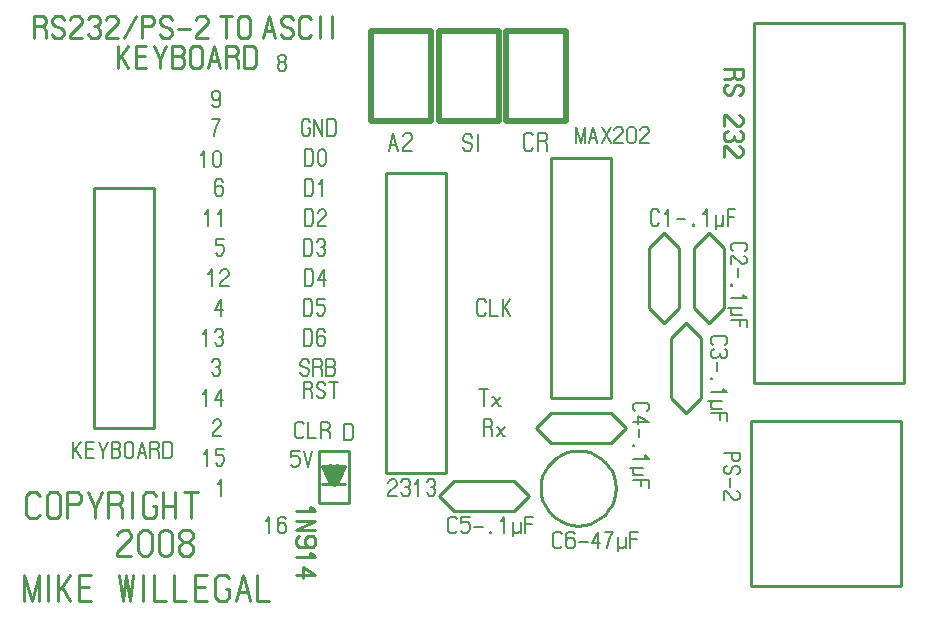
<source format=gbr>
%FSTAX24Y24*%
%MOIN*%
%IN SILK1.GBR *%
%ADD10C,0.0071*%
%ADD11C,0.0079*%
%ADD12C,0.0086*%
%ADD13C,0.0100*%
%ADD14C,0.0114*%
%ADD15C,0.0200*%
%ADD16C,0.0350*%
D13*X0235Y012D02*G01X023Y0125D01*X0225Y012D01*Y01D01*X023Y0095D01*
X0235Y01D01*Y012D01*X01775Y0065D02*X01725Y006D01*X01775Y0055D01*
X01975D01*X02025Y006D01*X01975Y0065D01*X01775D01*X02175Y007D02*
X02225Y0065D01*X02275Y007D01*Y009D01*X02225Y0095D01*X02175Y009D01*
Y007D01*X021Y01D02*X0215Y0095D01*X022Y01D01*Y012D01*X0215Y0125D01*
X021Y012D01*Y01D01*X0165Y00325D02*X017Y00375D01*X0165Y00425D01*
X0145D01*X014Y00375D01*X0145Y00325D01*X0165D01*D10*X009079Y004771D02*
X00915Y0047D01*X009257D01*X009329Y004771D01*X009364Y004843D01*
Y00495D01*X009329Y005021D01*X009293Y005057D01*X00915D01*
X009079Y005039D01*Y005236D01*X009364D01*X009507D02*X00965Y0047D01*
X009793Y005236D01*X009786Y007D02*Y007179D01*X009714Y007286D01*X0095D01*
X009714D02*X009786Y007357D01*Y007464D01*X009714Y007536D01*X0095D01*
Y007D01*X009929Y007107D02*Y007071D01*X01Y007D01*X010143D01*
X010214Y007107D01*Y007179D01*X010143Y00725D01*X01Y007286D01*
X009929Y007357D01*Y007429D01*X01Y007536D01*X010143D01*
X010214Y007464D01*Y007429D01*X0105Y007D02*Y007536D01*X010643D01*
X0105D02*X010357D01*X009393Y007857D02*Y007821D01*X009464Y00775D01*
X009607D01*X009679Y007857D01*Y007929D01*X009607Y008D01*
X009464Y008036D01*X009393Y008107D01*Y008179D01*X009464Y008286D01*
X009607D01*X009679Y008214D01*Y008179D01*X010107Y00775D02*Y007929D01*
X010036Y008036D01*X009821D01*X010036D02*X010107Y008107D01*Y008214D01*
X010036Y008286D01*X009821D01*Y00775D01*X01025D02*Y008286D01*X010464D01*
X010536Y008214D01*Y008107D01*X010464Y008036D01*X010536Y007964D01*
Y007821D01*X010464Y00775D01*X01025D01*X010464Y008036D02*X01025D01*
X015571Y010214D02*X0155Y010286D01*X015357D01*X015286Y010214D01*
Y009821D01*X015357Y00975D01*X0155D01*X015571Y009821D01*
X015714Y010286D02*Y00975D01*X015964D01*X016143Y010286D02*Y009964D01*
Y00975D01*Y009964D02*X016214Y010036D01*X016393Y00975D01*
X016214Y010036D02*X016393Y010286D01*X009821Y015214D02*X00975Y015286D01*
X009536D01*Y01475D01*X00975D01*X009821Y014821D01*Y015214D01*
X01025Y014857D02*Y015179D01*X010214Y01525D01*X010143Y015286D01*
X010071D01*X01Y01525D01*X009964Y015179D01*Y014857D01*X01Y014786D01*
X010071Y01475D01*X010143D01*X010214Y014786D01*X01025Y014857D01*
X009821Y014214D02*X00975Y014286D01*X009536D01*Y01375D01*X00975D01*
X009821Y013821D01*Y014214D01*X010107Y01375D02*Y014286D01*
X010036Y014179D01*X01Y014143D01*X010071D01*X009821Y013214D02*
X00975Y013286D01*X009536D01*Y01275D01*X00975D01*X009821Y012821D01*
Y013214D01*X01025Y01275D02*X009964D01*Y012821D01*X01025Y013107D01*
Y013179D01*X010179Y013286D01*X010071D01*X01Y01325D01*X009964Y013179D01*
X009786Y012214D02*X009714Y012286D01*X0095D01*Y01175D01*X009714D01*
X009786Y011821D01*Y012214D01*X009929D02*X01Y012286D01*X010143D01*
X010214Y012214D01*Y012107D01*X010143Y012036D01*X010214Y011929D01*
Y011821D01*X010143Y01175D01*X01D01*X009929Y011857D01*X010143Y012036D02*
X010071D01*X009821Y011214D02*X00975Y011286D01*X009536D01*Y01075D01*
X00975D01*X009821Y010821D01*Y011214D01*X010179Y01075D02*Y011286D01*
X009964Y010929D01*X01025D01*X009786Y010214D02*X009714Y010286D01*
X0095D01*Y00975D01*X009714D01*X009786Y009821D01*Y010214D01*
X009929Y009821D02*X01Y00975D01*X010107D01*X010179Y009821D01*
X010214Y009893D01*Y01D01*X010179Y010071D01*X010143Y010107D01*X01D01*
X009929Y010089D01*Y010286D01*X010214D01*X009786Y009214D02*
X009714Y009286D01*X0095D01*Y00875D01*X009714D01*X009786Y008821D01*
Y009214D01*X010214D02*X010143Y009286D01*X01D01*X009929Y009214D01*
Y008821D01*X01Y00875D01*X010143D01*X010214Y008821D01*Y009D01*
X010143Y009071D01*X01D01*X009929Y009D01*X015786Y00575D02*Y005929D01*
X015714Y006036D01*X0155D01*X015714D02*X015786Y006107D01*Y006214D01*
X015714Y006286D01*X0155D01*Y00575D01*X015929Y006036D02*X015982D01*
X016161Y00575D01*X016214D01*Y006036D02*X015929Y00575D01*X0155Y00675D02*
Y007286D01*X015643D01*X0155D02*X015357D01*X015786Y007036D02*X015839D01*
X016018Y00675D01*X016071D01*Y007036D02*X015786Y00675D01*
X009507Y006129D02*X009436Y0062D01*X009293D01*X009221Y006129D01*
Y005736D01*X009293Y005664D01*X009436D01*X009507Y005736D01*
X00965Y0062D02*Y005664D01*X0099D01*X010364D02*Y005843D01*
X010293Y00595D01*X010079D01*X010293D02*X010364Y006021D01*Y006129D01*
X010293Y0062D01*X010079D01*Y005664D01*X00675Y00375D02*Y004286D01*
X006679Y004179D01*X006643Y004143D01*X006714D01*X00675Y00575D02*
X006464D01*Y005821D01*X00675Y006107D01*Y006179D01*X006679Y006286D01*
X006571D01*X0065Y00625D01*X006464Y006179D01*X00835Y0025D02*Y003036D01*
X008279Y002929D01*X008243Y002893D01*X008314D01*X008921Y002964D02*
X00885Y003036D01*X008707D01*X008636Y002964D01*Y002571D01*
X008707Y0025D01*X00885D01*X008921Y002571D01*Y00275D01*X00885Y002821D01*
X008707D01*X008636Y00275D01*X006286Y00475D02*Y005286D01*
X006214Y005179D01*X006179Y005143D01*X00625D01*X006571Y004821D02*
X006643Y00475D01*X00675D01*X006821Y004821D01*X006857Y004893D01*Y005D01*
X006821Y005071D01*X006786Y005107D01*X006643D01*X006571Y005089D01*
Y005286D01*X006857D01*X006429Y008214D02*X0065Y008286D01*X006643D01*
X006714Y008214D01*Y008107D01*X006643Y008036D01*X006714Y007929D01*
Y007821D01*X006643Y00775D01*X0065D01*X006429Y007857D01*
X006643Y008036D02*X006571D01*X00675Y00975D02*Y010286D01*
X006536Y009929D01*X006821D01*X006571Y011821D02*X006643Y01175D01*
X00675D01*X006821Y011821D01*X006857Y011893D01*Y012D01*
X006821Y012071D01*X006786Y012107D01*X006643D01*X006571Y012089D01*
Y012286D01*X006857D01*X006821Y014214D02*X00675Y014286D01*X006607D01*
X006536Y014214D01*Y013821D01*X006607Y01375D01*X00675D01*
X006821Y013821D01*Y014D01*X00675Y014071D01*X006607D01*X006536Y014D01*
X0065Y01575D02*X006536Y015929D01*X006607Y016107D01*X006714Y016286D01*
X006429D01*X00885Y0182D02*X008921Y018307D01*Y018379D01*X00885Y01845D01*
X008707D01*X008636Y018379D01*Y018307D01*X008707Y0182D01*X00885D01*
X008921Y018093D01*Y017986D01*X00885Y017914D01*X008707D01*
X008636Y017986D01*Y018093D01*X008707Y0182D01*X006721Y017021D02*
X00665Y01695D01*X006507D01*X006436Y017021D01*Y017164D01*
X006507Y017236D01*X00665D01*X006721Y017164D01*Y016771D01*
X00665Y0167D01*X006507D01*X006436Y016771D01*X006179Y014714D02*
Y01525D01*X006107Y015143D01*X006071Y015107D01*X006143D01*
X00675Y014821D02*Y015143D01*X006714Y015214D01*X006643Y01525D01*
X006571D01*X0065Y015214D01*X006464Y015143D01*Y014821D01*X0065Y01475D01*
X006571Y014714D01*X006643D01*X006714Y01475D01*X00675Y014821D01*
X006321Y01275D02*Y013286D01*X00625Y013179D01*X006214Y013143D01*
X006286D01*X00675Y01275D02*Y013286D01*X006679Y013179D01*
X006643Y013143D01*X006714D01*X006429Y01075D02*Y011286D01*
X006357Y011179D01*X006321Y011143D01*X006393D01*X007Y01075D02*
X006714D01*Y010821D01*X007Y011107D01*Y011179D01*X006929Y011286D01*
X006821D01*X00675Y01125D01*X006714Y011179D01*X00625Y00875D02*
Y009286D01*X006179Y009179D01*X006143Y009143D01*X006214D01*
X006536Y009214D02*X006607Y009286D01*X00675D01*X006821Y009214D01*
Y009107D01*X00675Y009036D01*X006821Y008929D01*Y008821D01*
X00675Y00875D01*X006607D01*X006536Y008857D01*X00675Y009036D02*
X006679D01*X00625Y00675D02*Y007286D01*X006179Y007179D01*
X006143Y007143D01*X006214D01*X00675Y00675D02*Y007286D01*
X006536Y006929D01*X006821D01*D13*X0294Y0035D02*Y00625D01*X0244D01*
Y00075D01*X0294D01*Y0035D01*X0295Y0075D02*X0245D01*Y0195D01*X0295D01*
Y0075D01*D15*X01375Y01775D02*Y01925D01*X01175D01*Y01625D01*X01375D01*
Y01775D01*X016D02*Y01925D01*X014D01*Y01625D01*X016D01*Y01775D01*D13*
X0174Y004D02*X017415Y003804D01*X017461Y003614D01*X017536Y003433D01*
X017639Y003265D01*X017766Y003116D01*X017915Y002989D01*
X018083Y002886D01*X018264Y002811D01*X018454Y002765D01*X01865Y00275D01*
X018846Y002765D01*X019036Y002811D01*X019217Y002886D01*
X019385Y002989D01*X019534Y003116D01*X019661Y003265D01*
X019764Y003433D01*X019839Y003614D01*X019885Y003804D01*X0199Y004D01*
X019885Y004196D01*X019839Y004386D01*X019764Y004567D01*
X019661Y004735D01*X019534Y004884D01*X019385Y005011D01*
X019217Y005114D01*X019036Y005189D01*X018846Y005235D01*X01865Y00525D01*
X018454Y005235D01*X018264Y005189D01*X018083Y005114D01*
X017915Y005011D01*X017766Y004884D01*X017639Y004735D01*
X017536Y004567D01*X017461Y004386D01*X017415Y004196D01*X0174Y004D01*
X01425Y0045D02*X01225D01*Y0145D01*X01425D01*Y0045D01*X01975Y015D02*
X01775D01*Y007D01*X01975D01*Y015D01*X0045Y014D02*X0025D01*Y006D01*
X0045D01*Y014D01*D15*X01825Y01925D02*X01625D01*Y01625D01*X01825D01*
Y01925D01*D14*X000686Y00025D02*Y001107D01*X000429Y00025D01*
X000171Y001107D01*Y00025D01*X000971D02*Y001107D01*X001314D02*
Y000593D01*Y00025D01*Y000593D02*X001429Y000707D01*X001714Y00025D01*
X001429Y000707D02*X001714Y001107D01*X0024D02*X002D01*Y000707D01*
Y00025D01*X0024D01*X002Y000707D02*X002343D01*X003357Y001107D02*
X003471Y00025D01*X003586Y001107D01*X0037Y00025D01*X003814Y001107D01*
X004157Y00025D02*Y001107D01*X0045D02*Y00025D01*X0049D01*
X005186Y001107D02*Y00025D01*X005586D01*X006271Y001107D02*X005871D01*
Y000707D01*Y00025D01*X006271D01*X005871Y000707D02*X006214D01*
X007014Y000993D02*X0069Y001107D01*X006671D01*X006557Y000993D01*
Y000364D01*X006671Y00025D01*X0069D01*X007014Y000364D01*Y00065D01*
X0069D01*X007243Y00025D02*X007471Y001107D01*X007629Y000533D01*
X0077Y00025D01*X007629Y000533D02*X007357Y000536D01*X007929Y001107D02*
Y00025D01*X008329D01*X00375Y00175D02*X003293D01*Y001864D01*
X00375Y002321D01*Y002436D01*X003636Y002607D01*X003464D01*
X00335Y00255D01*X003293Y002436D01*X004436Y001921D02*Y002436D01*
X004379Y00255D01*X004264Y002607D01*X00415D01*X004036Y00255D01*
X003979Y002436D01*Y001921D01*X004036Y001807D01*X00415Y00175D01*
X004264D01*X004379Y001807D01*X004436Y001921D01*X005121D02*Y002436D01*
X005064Y00255D01*X00495Y002607D01*X004836D01*X004721Y00255D01*
X004664Y002436D01*Y001921D01*X004721Y001807D01*X004836Y00175D01*
X00495D01*X005064Y001807D01*X005121Y001921D01*X005693Y002207D02*
X005807Y002379D01*Y002493D01*X005693Y002607D01*X005464D01*
X00535Y002493D01*Y002379D01*X005464Y002207D01*X005693D01*
X005807Y002036D01*Y001864D01*X005693Y00175D01*X005464D01*
X00535Y001864D01*Y002036D01*X005464Y002207D01*X000707Y003743D02*
X000593Y003857D01*X000364D01*X00025Y003743D01*Y003114D01*
X000364Y003D01*X000593D01*X000707Y003114D01*X001393Y003743D02*
X001279Y003857D01*X00105D01*X000936Y003743D01*Y003114D01*X00105Y003D01*
X001279D01*X001393Y003114D01*Y003743D01*X001621Y003D02*Y003857D01*
X001964D01*X002079Y003743D01*Y003571D01*X001964Y003457D01*X001621D01*
X002307Y003857D02*X002536Y003343D01*Y003D01*Y003343D02*
X002764Y003857D01*X00345Y003D02*Y003286D01*X003336Y003457D01*
X002993D01*X003336D02*X00345Y003571D01*Y003743D01*X003336Y003857D01*
X002993D01*Y003D01*X003793D02*Y003857D01*X004593Y003743D02*
X004479Y003857D01*X00425D01*X004136Y003743D01*Y003114D01*X00425Y003D01*
X004479D01*X004593Y003114D01*Y0034D01*X004479D01*X004821Y003857D02*
Y0034D01*Y003D01*Y0034D02*X005221D01*Y003857D01*Y0034D02*Y003D01*
X005736D02*Y003857D01*X005964D01*X005736D02*X005507D01*D10*
X009714Y016214D02*X009643Y016286D01*X0095D01*X009429Y016214D01*
Y015821D01*X0095Y01575D01*X009643D01*X009714Y015821D01*Y016D01*
X009643D01*X009857Y01575D02*Y016286D01*X010107Y01575D01*Y016286D01*
X010571Y016214D02*X0105Y016286D01*X010286D01*Y01575D01*X0105D01*
X010571Y015821D01*Y016214D01*X011136Y006064D02*X011064Y006136D01*
X01085D01*Y0056D01*X011064D01*X011136Y005671D01*Y006064D01*D13*
X010125Y004125D02*X010875D01*X010375D02*X010125Y00475D01*X010875D01*
X010625Y004125D01*D16*Y004625D02*X0105Y00425D01*X010375Y004625D01*D13*
X011Y004375D02*Y00525D01*X01D01*Y0035D01*X011D01*Y004375D01*
X0009Y019D02*Y01925D01*X0008Y0194D01*X0005D01*X0008D02*X0009Y0195D01*
Y01965D01*X0008Y01975D01*X0005D01*Y019D01*X0011Y01915D02*Y0191D01*
X0012Y019D01*X0014D01*X0015Y01915D01*Y01925D01*X0014Y01935D01*
X0012Y0194D01*X0011Y0195D01*Y0196D01*X0012Y01975D01*X0014D01*
X0015Y01965D01*Y0196D01*X0021Y019D02*X0017D01*Y0191D01*X0021Y0195D01*
Y0196D01*X002Y01975D01*X00185D01*X00175Y0197D01*X0017Y0196D01*
X0023Y01965D02*X0024Y01975D01*X0026D01*X0027Y01965D01*Y0195D01*
X0026Y0194D01*X0027Y01925D01*Y0191D01*X0026Y019D01*X0024D01*
X0023Y01915D01*X0026Y0194D02*X0025D01*X0033Y019D02*X0029D01*Y0191D01*
X0033Y0195D01*Y0196D01*X0032Y01975D01*X00305D01*X00295Y0197D01*
X0029Y0196D01*X0035Y019D02*X0039Y01975D01*X0041Y019D02*Y01975D01*
X0044D01*X0045Y01965D01*Y0195D01*X0044Y0194D01*X0041D01*X0047Y01915D02*
Y0191D01*X0048Y019D01*X005D01*X0051Y01915D01*Y01925D01*X005Y01935D01*
X0048Y0194D01*X0047Y0195D01*Y0196D01*X0048Y01975D01*X005D01*
X0051Y01965D01*Y0196D01*X0053Y0193D02*X0057D01*X0063Y019D02*X0059D01*
Y0191D01*X0063Y0195D01*Y0196D01*X0062Y01975D01*X00605D01*
X00595Y0197D01*X0059Y0196D01*X0069Y019D02*Y01975D01*X0071D01*X0069D02*
X0067D01*X0077Y01965D02*X0076Y01975D01*X0074D01*X0073Y01965D01*
Y0191D01*X0074Y019D01*X0076D01*X0077Y0191D01*Y01965D01*X00815Y019D02*
X00835Y01975D01*X008488Y019248D01*X00855Y019D01*X008488Y019248D02*
X00825Y01925D01*X00875Y01915D02*Y0191D01*X00885Y019D01*X00905D01*
X00915Y01915D01*Y01925D01*X00905Y01935D01*X00885Y0194D01*
X00875Y0195D01*Y0196D01*X00885Y01975D01*X00905D01*X00915Y01965D01*
Y0196D01*X00975Y01965D02*X00965Y01975D01*X00945D01*X00935Y01965D01*
Y0191D01*X00945Y019D01*X00965D01*X00975Y0191D01*X01005Y019D02*
Y01975D01*X01045Y019D02*Y01975D01*X0033Y01875D02*Y0183D01*Y018D01*
Y0183D02*X0034Y0184D01*X00365Y018D01*X0034Y0184D02*X00365Y01875D01*
X00425D02*X0039D01*Y0184D01*Y018D01*X00425D01*X0039Y0184D02*X0042D01*
X0045Y01875D02*X0047Y0183D01*Y018D01*Y0183D02*X0049Y01875D01*
X0051Y018D02*Y01875D01*X0054D01*X0055Y01865D01*Y0185D01*X0054Y0184D01*
X0055Y0183D01*Y0181D01*X0054Y018D01*X0051D01*X0054Y0184D02*X0051D01*
X0061Y01865D02*X006Y01875D01*X0058D01*X0057Y01865D01*Y0181D01*
X0058Y018D01*X006D01*X0061Y0181D01*Y01865D01*X0063Y018D02*
X0065Y01875D01*X006638Y018248D01*X0067Y018D01*X006638Y018248D02*
X0064Y01825D01*X0073Y018D02*Y01825D01*X0072Y0184D01*X0069D01*X0072D02*
X0073Y0185D01*Y01865D01*X0072Y01875D01*X0069D01*Y018D01*X0079Y01865D02*
X0078Y01875D01*X0075D01*Y018D01*X0078D01*X0079Y0181D01*Y01865D01*D10*
X024214Y011893D02*X024286Y011964D01*Y012107D01*X024214Y012179D01*
X023821D01*X02375Y012107D01*Y011964D01*X023821Y011893D01*
X02375Y011464D02*Y01175D01*X023821D01*X024107Y011464D01*X024179D01*
X024286Y011536D01*Y011643D01*X02425Y011714D01*X024179Y01175D01*
X023964Y011321D02*Y011036D01*X02375Y010786D02*Y01075D01*X023786D01*
Y010786D01*X02375D01*Y010321D02*X024286D01*X024179Y010393D01*
X024143Y010429D01*Y010357D01*X024107Y010018D02*X023804D01*
X02375Y009964D01*Y009839D01*X023821Y009768D01*X024107D01*X023857D02*
X02375D01*X023643Y010018D02*X023857D01*X024286Y009357D02*Y009607D01*
X024036D01*X02375D01*X024036D02*Y009393D01*X020934Y006553D02*
X021006Y006624D01*Y006767D01*X020934Y006839D01*X020541D01*
X02047Y006767D01*Y006624D01*X020541Y006553D01*X02047Y006196D02*
X021006D01*X020649Y00641D01*Y006124D01*X020684Y005981D02*Y005696D01*
X02047Y005446D02*Y00541D01*X020506D01*Y005446D01*X02047D01*Y004981D02*
X021006D01*X020899Y005053D01*X020863Y005089D01*Y005017D01*
X020827Y004678D02*X020524D01*X02047Y004624D01*Y004499D01*
X020541Y004428D01*X020827D01*X020577D02*X02047D01*X020363Y004678D02*
X020577D01*X021006Y004017D02*Y004267D01*X020756D01*X02047D01*
X020756D02*Y004053D01*X023544Y008773D02*X023616Y008844D01*Y008987D01*
X023544Y009059D01*X023151D01*X02308Y008987D01*Y008844D01*
X023151Y008773D01*X023544Y00863D02*X023616Y008559D01*Y008416D01*
X023544Y008344D01*X023437D01*X023366Y008416D01*X023259Y008344D01*
X023151D01*X02308Y008416D01*Y008559D01*X023187Y00863D01*
X023366Y008416D02*Y008487D01*X023294Y008201D02*Y007916D01*
X02308Y007666D02*Y00763D01*X023116D01*Y007666D01*X02308D01*Y007201D02*
X023616D01*X023509Y007273D01*X023473Y007309D01*Y007237D01*
X023437Y006898D02*X023134D01*X02308Y006844D01*Y006719D01*
X023151Y006648D01*X023437D01*X023187D02*X02308D01*X022973Y006898D02*
X023187D01*X023616Y006237D02*Y006487D01*X023366D01*X02308D01*
X023366D02*Y006273D01*X021357Y013214D02*X021286Y013286D01*X021143D01*
X021071Y013214D01*Y012821D01*X021143Y01275D01*X021286D01*
X021357Y012821D01*X021643Y01275D02*Y013286D01*X021571Y013179D01*
X021536Y013143D01*X021607D01*X021929Y012964D02*X022214D01*
X022464Y01275D02*X0225D01*Y012786D01*X022464D01*Y01275D01*X022929D02*
Y013286D01*X022857Y013179D01*X022821Y013143D01*X022893D01*
X023232Y013107D02*Y012804D01*X023286Y01275D01*X023411D01*
X023482Y012821D01*Y013107D01*Y012857D02*Y01275D01*X023232Y012643D02*
Y012857D01*X023893Y013286D02*X023643D01*Y013036D01*Y01275D01*
Y013036D02*X023857D01*X014607Y002964D02*X014536Y003036D01*X014393D01*
X014321Y002964D01*Y002571D01*X014393Y0025D01*X014536D01*
X014607Y002571D01*X01475D02*X014821Y0025D01*X014929D01*X015Y002571D01*
X015036Y002643D01*Y00275D01*X015Y002821D01*X014964Y002857D01*
X014821D01*X01475Y002839D01*Y003036D01*X015036D01*X015179Y002714D02*
X015464D01*X015714Y0025D02*X01575D01*Y002536D01*X015714D01*Y0025D01*
X016179D02*Y003036D01*X016107Y002929D01*X016071Y002893D01*X016143D01*
X016482Y002857D02*Y002554D01*X016536Y0025D01*X016661D01*
X016732Y002571D01*Y002857D01*Y002607D02*Y0025D01*X016482Y002393D02*
Y002607D01*X017143Y003036D02*X016893D01*Y002786D01*Y0025D01*Y002786D02*
X017107D01*X0235Y005179D02*X024036D01*Y004964D01*X023964Y004893D01*
X023857D01*X023786Y004964D01*Y005179D01*X023607Y00475D02*X023571D01*
X0235Y004679D01*Y004536D01*X023607Y004464D01*X023679D01*
X02375Y004536D01*X023786Y004679D01*X023857Y00475D01*X023929D01*
X024036Y004679D01*Y004536D01*X023964Y004464D01*X023929D01*
X023714Y004321D02*Y004036D01*X0235Y003607D02*Y003893D01*X023571D01*
X023857Y003607D01*X023929D01*X024036Y003679D01*Y003786D01*
X024Y003857D01*X023929Y003893D01*D12*X0235Y017621D02*X023714D01*
X023843Y017707D01*Y017964D01*Y017707D02*X023929Y017621D01*X024057D01*
X024143Y017707D01*Y017964D01*X0235D01*X023629Y01745D02*X023586D01*
X0235Y017364D01*Y017193D01*X023629Y017107D01*X023714D01*
X0238Y017193D01*X023843Y017364D01*X023929Y01745D01*X024014D01*
X024143Y017364D01*Y017193D01*X024057Y017107D01*X024014D01*
X0235Y016079D02*Y016421D01*X023586D01*X023929Y016079D01*X024014D01*
X024143Y016164D01*Y016293D01*X0241Y016379D01*X024014Y016421D01*
X024057Y015907D02*X024143Y015821D01*Y01565D01*X024057Y015564D01*
X023929D01*X023843Y01565D01*X023714Y015564D01*X023586D01*
X0235Y01565D01*Y015821D01*X023629Y015907D01*X023843Y01565D02*
Y015736D01*X0235Y01505D02*Y015393D01*X023586D01*X023929Y01505D01*
X024014D01*X024143Y015136D01*Y015264D01*X0241Y01535D01*
X024014Y015393D01*D11*X012329Y01525D02*X012486Y015839D01*
X012594Y015445D01*X012643Y01525D01*X012594Y015445D02*X012407Y015446D01*
X013114Y01525D02*X0128D01*Y015329D01*X013114Y015643D01*Y015721D01*
X013036Y015839D01*X012918D01*X012839Y0158D01*X0128Y015721D01*
X017143Y015761D02*X017064Y015839D01*X016907D01*X016829Y015761D01*
Y015329D01*X016907Y01525D01*X017064D01*X017143Y015329D01*
X017614Y01525D02*Y015446D01*X017536Y015564D01*X0173D01*X017536D02*
X017614Y015643D01*Y015761D01*X017536Y015839D01*X0173D01*Y01525D01*D10*
X018107Y002464D02*X018036Y002536D01*X017893D01*X017821Y002464D01*
Y002071D01*X017893Y002D01*X018036D01*X018107Y002071D01*
X018536Y002464D02*X018464Y002536D01*X018321D01*X01825Y002464D01*
Y002071D01*X018321Y002D01*X018464D01*X018536Y002071D01*Y00225D01*
X018464Y002321D01*X018321D01*X01825Y00225D01*X018679Y002214D02*
X018964D01*X019321Y002D02*Y002536D01*X019107Y002179D01*X019393D01*
X019607Y002D02*X019643Y002179D01*X019714Y002357D01*X019821Y002536D01*
X019536D01*X019982Y002357D02*Y002054D01*X020036Y002D01*X020161D01*
X020232Y002071D01*Y002357D01*Y002107D02*Y002D01*X019982Y001893D02*
Y002107D01*X020643Y002536D02*X020393D01*Y002286D01*Y002D01*Y002286D02*
X020607D01*X012607Y00375D02*X012321D01*Y003821D01*X012607Y004107D01*
Y004179D01*X012536Y004286D01*X012429D01*X012357Y00425D01*
X012321Y004179D01*X01275Y004214D02*X012821Y004286D01*X012964D01*
X013036Y004214D01*Y004107D01*X012964Y004036D01*X013036Y003929D01*
Y003821D01*X012964Y00375D01*X012821D01*X01275Y003857D01*
X012964Y004036D02*X012893D01*X013321Y00375D02*Y004286D01*
X01325Y004179D01*X013214Y004143D01*X013286D01*X013607Y004214D02*
X013679Y004286D01*X013821D01*X013893Y004214D01*Y004107D01*
X013821Y004036D01*X013893Y003929D01*Y003821D01*X013821Y00375D01*
X013679D01*X013607Y003857D01*X013821Y004036D02*X01375D01*
X018893Y0155D02*Y016036D01*X018732Y0155D01*X018571Y016036D01*Y0155D01*
X019D02*X019143Y016036D01*X019241Y015677D01*X019286Y0155D01*
X019241Y015677D02*X019071Y015679D01*X019429Y016036D02*X01975Y0155D01*
X019429D02*X01975Y016036D01*X020143Y0155D02*X019857D01*Y015571D01*
X020143Y015857D01*Y015929D01*X020071Y016036D01*X019964D01*
X019893Y016D01*X019857Y015929D01*X020571Y015607D02*Y015929D01*
X020536Y016D01*X020464Y016036D01*X020393D01*X020321Y016D01*
X020286Y015929D01*Y015607D01*X020321Y015536D01*X020393Y0155D01*
X020464D01*X020536Y015536D01*X020571Y015607D01*X021Y0155D02*X020714D01*
Y015571D01*X021Y015857D01*Y015929D01*X020929Y016036D01*X020821D01*
X02075Y016D01*X020714Y015929D01*X001821Y005536D02*Y005214D01*Y005D01*
Y005214D02*X001893Y005286D01*X002071Y005D01*X001893Y005286D02*
X002071Y005536D01*X0025D02*X00225D01*Y005286D01*Y005D01*X0025D01*
X00225Y005286D02*X002464D01*X002679Y005536D02*X002821Y005214D01*
Y005D01*Y005214D02*X002964Y005536D01*X003107Y005D02*Y005536D01*
X003321D01*X003393Y005464D01*Y005357D01*X003321Y005286D01*
X003393Y005214D01*Y005071D01*X003321Y005D01*X003107D01*
X003321Y005286D02*X003107D01*X003821Y005464D02*X00375Y005536D01*
X003607D01*X003536Y005464D01*Y005071D01*X003607Y005D01*X00375D01*
X003821Y005071D01*Y005464D01*X003964Y005D02*X004107Y005536D01*
X004205Y005177D01*X00425Y005D01*X004205Y005177D02*X004036Y005179D01*
X004679Y005D02*Y005179D01*X004607Y005286D01*X004393D01*X004607D02*
X004679Y005357D01*Y005464D01*X004607Y005536D01*X004393D01*Y005D01*
X005107Y005464D02*X005036Y005536D01*X004821D01*Y005D01*X005036D01*
X005107Y005071D01*Y005464D01*X014821Y015357D02*Y015321D01*
X014893Y01525D01*X015036D01*X015107Y015357D01*Y015429D01*
X015036Y0155D01*X014893Y015536D01*X014821Y015607D01*Y015679D01*
X014893Y015786D01*X015036D01*X015107Y015714D01*Y015679D01*
X015321Y01525D02*Y015786D01*D12*X00925Y003243D02*X009893D01*
X009764Y003329D01*X009721Y003371D01*Y003286D01*X00925Y0029D02*
X009893D01*X00925Y0026D01*X009893D01*X009636Y002043D02*
X00955Y002129D01*Y0023D01*X009636Y002386D01*X009807D01*X009893Y0023D01*
Y002129D01*X009807Y002043D01*X009336D01*X00925Y002129D01*Y0023D01*
X009336Y002386D01*X00925Y0017D02*X009893D01*X009764Y001786D01*
X009721Y001829D01*Y001743D01*X00925Y0011D02*X009893D01*
X009464Y001357D01*Y001014D01*
M02*
</source>
